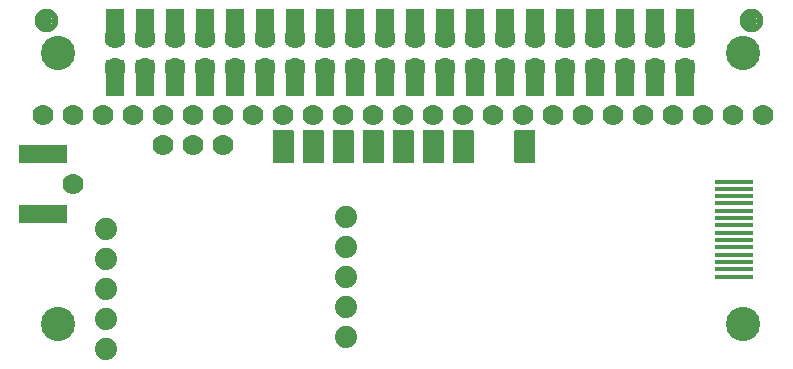
<source format=gbr>
G04 EAGLE Gerber RS-274X export*
G75*
%MOMM*%
%FSLAX34Y34*%
%LPD*%
%INSoldermask Bottom*%
%IPPOS*%
%AMOC8*
5,1,8,0,0,1.08239X$1,22.5*%
G01*
%ADD10C,2.901600*%
%ADD11R,1.625600X3.149600*%
%ADD12C,1.778000*%
%ADD13C,1.101600*%
%ADD14C,0.500000*%
%ADD15R,4.165600X1.625600*%
%ADD16C,1.879600*%
%ADD17R,3.301600X0.451600*%

G36*
X438268Y170196D02*
X438268Y170196D01*
X438387Y170203D01*
X438425Y170216D01*
X438466Y170221D01*
X438576Y170264D01*
X438689Y170301D01*
X438724Y170323D01*
X438761Y170338D01*
X438857Y170408D01*
X438958Y170471D01*
X438986Y170501D01*
X439019Y170524D01*
X439095Y170616D01*
X439176Y170703D01*
X439196Y170738D01*
X439221Y170769D01*
X439272Y170877D01*
X439330Y170981D01*
X439340Y171021D01*
X439357Y171057D01*
X439379Y171174D01*
X439409Y171289D01*
X439413Y171350D01*
X439417Y171370D01*
X439415Y171390D01*
X439419Y171450D01*
X439419Y196850D01*
X439404Y196968D01*
X439397Y197087D01*
X439384Y197125D01*
X439379Y197166D01*
X439336Y197276D01*
X439299Y197389D01*
X439277Y197424D01*
X439262Y197461D01*
X439193Y197557D01*
X439129Y197658D01*
X439099Y197686D01*
X439076Y197719D01*
X438984Y197795D01*
X438897Y197876D01*
X438862Y197896D01*
X438831Y197921D01*
X438723Y197972D01*
X438619Y198030D01*
X438579Y198040D01*
X438543Y198057D01*
X438426Y198079D01*
X438311Y198109D01*
X438251Y198113D01*
X438231Y198117D01*
X438210Y198115D01*
X438150Y198119D01*
X422910Y198119D01*
X422792Y198104D01*
X422673Y198097D01*
X422635Y198084D01*
X422594Y198079D01*
X422484Y198036D01*
X422371Y197999D01*
X422336Y197977D01*
X422299Y197962D01*
X422203Y197893D01*
X422102Y197829D01*
X422074Y197799D01*
X422041Y197776D01*
X421966Y197684D01*
X421884Y197597D01*
X421864Y197562D01*
X421839Y197531D01*
X421788Y197423D01*
X421730Y197319D01*
X421720Y197279D01*
X421703Y197243D01*
X421681Y197126D01*
X421651Y197011D01*
X421647Y196951D01*
X421643Y196931D01*
X421644Y196919D01*
X421643Y196915D01*
X421644Y196903D01*
X421641Y196850D01*
X421641Y171450D01*
X421656Y171332D01*
X421663Y171213D01*
X421676Y171175D01*
X421681Y171134D01*
X421724Y171024D01*
X421761Y170911D01*
X421783Y170876D01*
X421798Y170839D01*
X421868Y170743D01*
X421931Y170642D01*
X421961Y170614D01*
X421984Y170581D01*
X422076Y170506D01*
X422163Y170424D01*
X422198Y170404D01*
X422229Y170379D01*
X422337Y170328D01*
X422441Y170270D01*
X422481Y170260D01*
X422517Y170243D01*
X422634Y170221D01*
X422749Y170191D01*
X422810Y170187D01*
X422830Y170183D01*
X422850Y170185D01*
X422910Y170181D01*
X438150Y170181D01*
X438268Y170196D01*
G37*
G36*
X284598Y170196D02*
X284598Y170196D01*
X284717Y170203D01*
X284755Y170216D01*
X284796Y170221D01*
X284906Y170264D01*
X285019Y170301D01*
X285054Y170323D01*
X285091Y170338D01*
X285187Y170408D01*
X285288Y170471D01*
X285316Y170501D01*
X285349Y170524D01*
X285425Y170616D01*
X285506Y170703D01*
X285526Y170738D01*
X285551Y170769D01*
X285602Y170877D01*
X285660Y170981D01*
X285670Y171021D01*
X285687Y171057D01*
X285709Y171174D01*
X285739Y171289D01*
X285743Y171350D01*
X285747Y171370D01*
X285745Y171390D01*
X285749Y171450D01*
X285749Y196850D01*
X285734Y196968D01*
X285727Y197087D01*
X285714Y197125D01*
X285709Y197166D01*
X285666Y197276D01*
X285629Y197389D01*
X285607Y197424D01*
X285592Y197461D01*
X285523Y197557D01*
X285459Y197658D01*
X285429Y197686D01*
X285406Y197719D01*
X285314Y197795D01*
X285227Y197876D01*
X285192Y197896D01*
X285161Y197921D01*
X285053Y197972D01*
X284949Y198030D01*
X284909Y198040D01*
X284873Y198057D01*
X284756Y198079D01*
X284641Y198109D01*
X284581Y198113D01*
X284561Y198117D01*
X284540Y198115D01*
X284480Y198119D01*
X269240Y198119D01*
X269122Y198104D01*
X269003Y198097D01*
X268965Y198084D01*
X268924Y198079D01*
X268814Y198036D01*
X268701Y197999D01*
X268666Y197977D01*
X268629Y197962D01*
X268533Y197893D01*
X268432Y197829D01*
X268404Y197799D01*
X268371Y197776D01*
X268296Y197684D01*
X268214Y197597D01*
X268194Y197562D01*
X268169Y197531D01*
X268118Y197423D01*
X268060Y197319D01*
X268050Y197279D01*
X268033Y197243D01*
X268011Y197126D01*
X267981Y197011D01*
X267977Y196951D01*
X267973Y196931D01*
X267974Y196919D01*
X267973Y196915D01*
X267974Y196903D01*
X267971Y196850D01*
X267971Y171450D01*
X267986Y171332D01*
X267993Y171213D01*
X268006Y171175D01*
X268011Y171134D01*
X268054Y171024D01*
X268091Y170911D01*
X268113Y170876D01*
X268128Y170839D01*
X268198Y170743D01*
X268261Y170642D01*
X268291Y170614D01*
X268314Y170581D01*
X268406Y170506D01*
X268493Y170424D01*
X268528Y170404D01*
X268559Y170379D01*
X268667Y170328D01*
X268771Y170270D01*
X268811Y170260D01*
X268847Y170243D01*
X268964Y170221D01*
X269079Y170191D01*
X269140Y170187D01*
X269160Y170183D01*
X269180Y170185D01*
X269240Y170181D01*
X284480Y170181D01*
X284598Y170196D01*
G37*
G36*
X259198Y170196D02*
X259198Y170196D01*
X259317Y170203D01*
X259355Y170216D01*
X259396Y170221D01*
X259506Y170264D01*
X259619Y170301D01*
X259654Y170323D01*
X259691Y170338D01*
X259787Y170408D01*
X259888Y170471D01*
X259916Y170501D01*
X259949Y170524D01*
X260025Y170616D01*
X260106Y170703D01*
X260126Y170738D01*
X260151Y170769D01*
X260202Y170877D01*
X260260Y170981D01*
X260270Y171021D01*
X260287Y171057D01*
X260309Y171174D01*
X260339Y171289D01*
X260343Y171350D01*
X260347Y171370D01*
X260345Y171390D01*
X260349Y171450D01*
X260349Y196850D01*
X260334Y196968D01*
X260327Y197087D01*
X260314Y197125D01*
X260309Y197166D01*
X260266Y197276D01*
X260229Y197389D01*
X260207Y197424D01*
X260192Y197461D01*
X260123Y197557D01*
X260059Y197658D01*
X260029Y197686D01*
X260006Y197719D01*
X259914Y197795D01*
X259827Y197876D01*
X259792Y197896D01*
X259761Y197921D01*
X259653Y197972D01*
X259549Y198030D01*
X259509Y198040D01*
X259473Y198057D01*
X259356Y198079D01*
X259241Y198109D01*
X259181Y198113D01*
X259161Y198117D01*
X259140Y198115D01*
X259080Y198119D01*
X243840Y198119D01*
X243722Y198104D01*
X243603Y198097D01*
X243565Y198084D01*
X243524Y198079D01*
X243414Y198036D01*
X243301Y197999D01*
X243266Y197977D01*
X243229Y197962D01*
X243133Y197893D01*
X243032Y197829D01*
X243004Y197799D01*
X242971Y197776D01*
X242896Y197684D01*
X242814Y197597D01*
X242794Y197562D01*
X242769Y197531D01*
X242718Y197423D01*
X242660Y197319D01*
X242650Y197279D01*
X242633Y197243D01*
X242611Y197126D01*
X242581Y197011D01*
X242577Y196951D01*
X242573Y196931D01*
X242574Y196919D01*
X242573Y196915D01*
X242574Y196903D01*
X242571Y196850D01*
X242571Y171450D01*
X242586Y171332D01*
X242593Y171213D01*
X242606Y171175D01*
X242611Y171134D01*
X242654Y171024D01*
X242691Y170911D01*
X242713Y170876D01*
X242728Y170839D01*
X242798Y170743D01*
X242861Y170642D01*
X242891Y170614D01*
X242914Y170581D01*
X243006Y170506D01*
X243093Y170424D01*
X243128Y170404D01*
X243159Y170379D01*
X243267Y170328D01*
X243371Y170270D01*
X243411Y170260D01*
X243447Y170243D01*
X243564Y170221D01*
X243679Y170191D01*
X243740Y170187D01*
X243760Y170183D01*
X243780Y170185D01*
X243840Y170181D01*
X259080Y170181D01*
X259198Y170196D01*
G37*
G36*
X386198Y170196D02*
X386198Y170196D01*
X386317Y170203D01*
X386355Y170216D01*
X386396Y170221D01*
X386506Y170264D01*
X386619Y170301D01*
X386654Y170323D01*
X386691Y170338D01*
X386787Y170408D01*
X386888Y170471D01*
X386916Y170501D01*
X386949Y170524D01*
X387025Y170616D01*
X387106Y170703D01*
X387126Y170738D01*
X387151Y170769D01*
X387202Y170877D01*
X387260Y170981D01*
X387270Y171021D01*
X387287Y171057D01*
X387309Y171174D01*
X387339Y171289D01*
X387343Y171350D01*
X387347Y171370D01*
X387345Y171390D01*
X387349Y171450D01*
X387349Y196850D01*
X387334Y196968D01*
X387327Y197087D01*
X387314Y197125D01*
X387309Y197166D01*
X387266Y197276D01*
X387229Y197389D01*
X387207Y197424D01*
X387192Y197461D01*
X387123Y197557D01*
X387059Y197658D01*
X387029Y197686D01*
X387006Y197719D01*
X386914Y197795D01*
X386827Y197876D01*
X386792Y197896D01*
X386761Y197921D01*
X386653Y197972D01*
X386549Y198030D01*
X386509Y198040D01*
X386473Y198057D01*
X386356Y198079D01*
X386241Y198109D01*
X386181Y198113D01*
X386161Y198117D01*
X386140Y198115D01*
X386080Y198119D01*
X370840Y198119D01*
X370722Y198104D01*
X370603Y198097D01*
X370565Y198084D01*
X370524Y198079D01*
X370414Y198036D01*
X370301Y197999D01*
X370266Y197977D01*
X370229Y197962D01*
X370133Y197893D01*
X370032Y197829D01*
X370004Y197799D01*
X369971Y197776D01*
X369896Y197684D01*
X369814Y197597D01*
X369794Y197562D01*
X369769Y197531D01*
X369718Y197423D01*
X369660Y197319D01*
X369650Y197279D01*
X369633Y197243D01*
X369611Y197126D01*
X369581Y197011D01*
X369577Y196951D01*
X369573Y196931D01*
X369574Y196919D01*
X369573Y196915D01*
X369574Y196903D01*
X369571Y196850D01*
X369571Y171450D01*
X369586Y171332D01*
X369593Y171213D01*
X369606Y171175D01*
X369611Y171134D01*
X369654Y171024D01*
X369691Y170911D01*
X369713Y170876D01*
X369728Y170839D01*
X369798Y170743D01*
X369861Y170642D01*
X369891Y170614D01*
X369914Y170581D01*
X370006Y170506D01*
X370093Y170424D01*
X370128Y170404D01*
X370159Y170379D01*
X370267Y170328D01*
X370371Y170270D01*
X370411Y170260D01*
X370447Y170243D01*
X370564Y170221D01*
X370679Y170191D01*
X370740Y170187D01*
X370760Y170183D01*
X370780Y170185D01*
X370840Y170181D01*
X386080Y170181D01*
X386198Y170196D01*
G37*
G36*
X360798Y170196D02*
X360798Y170196D01*
X360917Y170203D01*
X360955Y170216D01*
X360996Y170221D01*
X361106Y170264D01*
X361219Y170301D01*
X361254Y170323D01*
X361291Y170338D01*
X361387Y170408D01*
X361488Y170471D01*
X361516Y170501D01*
X361549Y170524D01*
X361625Y170616D01*
X361706Y170703D01*
X361726Y170738D01*
X361751Y170769D01*
X361802Y170877D01*
X361860Y170981D01*
X361870Y171021D01*
X361887Y171057D01*
X361909Y171174D01*
X361939Y171289D01*
X361943Y171350D01*
X361947Y171370D01*
X361945Y171390D01*
X361949Y171450D01*
X361949Y196850D01*
X361934Y196968D01*
X361927Y197087D01*
X361914Y197125D01*
X361909Y197166D01*
X361866Y197276D01*
X361829Y197389D01*
X361807Y197424D01*
X361792Y197461D01*
X361723Y197557D01*
X361659Y197658D01*
X361629Y197686D01*
X361606Y197719D01*
X361514Y197795D01*
X361427Y197876D01*
X361392Y197896D01*
X361361Y197921D01*
X361253Y197972D01*
X361149Y198030D01*
X361109Y198040D01*
X361073Y198057D01*
X360956Y198079D01*
X360841Y198109D01*
X360781Y198113D01*
X360761Y198117D01*
X360740Y198115D01*
X360680Y198119D01*
X345440Y198119D01*
X345322Y198104D01*
X345203Y198097D01*
X345165Y198084D01*
X345124Y198079D01*
X345014Y198036D01*
X344901Y197999D01*
X344866Y197977D01*
X344829Y197962D01*
X344733Y197893D01*
X344632Y197829D01*
X344604Y197799D01*
X344571Y197776D01*
X344496Y197684D01*
X344414Y197597D01*
X344394Y197562D01*
X344369Y197531D01*
X344318Y197423D01*
X344260Y197319D01*
X344250Y197279D01*
X344233Y197243D01*
X344211Y197126D01*
X344181Y197011D01*
X344177Y196951D01*
X344173Y196931D01*
X344174Y196919D01*
X344173Y196915D01*
X344174Y196903D01*
X344171Y196850D01*
X344171Y171450D01*
X344186Y171332D01*
X344193Y171213D01*
X344206Y171175D01*
X344211Y171134D01*
X344254Y171024D01*
X344291Y170911D01*
X344313Y170876D01*
X344328Y170839D01*
X344398Y170743D01*
X344461Y170642D01*
X344491Y170614D01*
X344514Y170581D01*
X344606Y170506D01*
X344693Y170424D01*
X344728Y170404D01*
X344759Y170379D01*
X344867Y170328D01*
X344971Y170270D01*
X345011Y170260D01*
X345047Y170243D01*
X345164Y170221D01*
X345279Y170191D01*
X345340Y170187D01*
X345360Y170183D01*
X345380Y170185D01*
X345440Y170181D01*
X360680Y170181D01*
X360798Y170196D01*
G37*
G36*
X335398Y170196D02*
X335398Y170196D01*
X335517Y170203D01*
X335555Y170216D01*
X335596Y170221D01*
X335706Y170264D01*
X335819Y170301D01*
X335854Y170323D01*
X335891Y170338D01*
X335987Y170408D01*
X336088Y170471D01*
X336116Y170501D01*
X336149Y170524D01*
X336225Y170616D01*
X336306Y170703D01*
X336326Y170738D01*
X336351Y170769D01*
X336402Y170877D01*
X336460Y170981D01*
X336470Y171021D01*
X336487Y171057D01*
X336509Y171174D01*
X336539Y171289D01*
X336543Y171350D01*
X336547Y171370D01*
X336545Y171390D01*
X336549Y171450D01*
X336549Y196850D01*
X336534Y196968D01*
X336527Y197087D01*
X336514Y197125D01*
X336509Y197166D01*
X336466Y197276D01*
X336429Y197389D01*
X336407Y197424D01*
X336392Y197461D01*
X336323Y197557D01*
X336259Y197658D01*
X336229Y197686D01*
X336206Y197719D01*
X336114Y197795D01*
X336027Y197876D01*
X335992Y197896D01*
X335961Y197921D01*
X335853Y197972D01*
X335749Y198030D01*
X335709Y198040D01*
X335673Y198057D01*
X335556Y198079D01*
X335441Y198109D01*
X335381Y198113D01*
X335361Y198117D01*
X335340Y198115D01*
X335280Y198119D01*
X320040Y198119D01*
X319922Y198104D01*
X319803Y198097D01*
X319765Y198084D01*
X319724Y198079D01*
X319614Y198036D01*
X319501Y197999D01*
X319466Y197977D01*
X319429Y197962D01*
X319333Y197893D01*
X319232Y197829D01*
X319204Y197799D01*
X319171Y197776D01*
X319096Y197684D01*
X319014Y197597D01*
X318994Y197562D01*
X318969Y197531D01*
X318918Y197423D01*
X318860Y197319D01*
X318850Y197279D01*
X318833Y197243D01*
X318811Y197126D01*
X318781Y197011D01*
X318777Y196951D01*
X318773Y196931D01*
X318774Y196919D01*
X318773Y196915D01*
X318774Y196903D01*
X318771Y196850D01*
X318771Y171450D01*
X318786Y171332D01*
X318793Y171213D01*
X318806Y171175D01*
X318811Y171134D01*
X318854Y171024D01*
X318891Y170911D01*
X318913Y170876D01*
X318928Y170839D01*
X318998Y170743D01*
X319061Y170642D01*
X319091Y170614D01*
X319114Y170581D01*
X319206Y170506D01*
X319293Y170424D01*
X319328Y170404D01*
X319359Y170379D01*
X319467Y170328D01*
X319571Y170270D01*
X319611Y170260D01*
X319647Y170243D01*
X319764Y170221D01*
X319879Y170191D01*
X319940Y170187D01*
X319960Y170183D01*
X319980Y170185D01*
X320040Y170181D01*
X335280Y170181D01*
X335398Y170196D01*
G37*
G36*
X309998Y170196D02*
X309998Y170196D01*
X310117Y170203D01*
X310155Y170216D01*
X310196Y170221D01*
X310306Y170264D01*
X310419Y170301D01*
X310454Y170323D01*
X310491Y170338D01*
X310587Y170408D01*
X310688Y170471D01*
X310716Y170501D01*
X310749Y170524D01*
X310825Y170616D01*
X310906Y170703D01*
X310926Y170738D01*
X310951Y170769D01*
X311002Y170877D01*
X311060Y170981D01*
X311070Y171021D01*
X311087Y171057D01*
X311109Y171174D01*
X311139Y171289D01*
X311143Y171350D01*
X311147Y171370D01*
X311145Y171390D01*
X311149Y171450D01*
X311149Y196850D01*
X311134Y196968D01*
X311127Y197087D01*
X311114Y197125D01*
X311109Y197166D01*
X311066Y197276D01*
X311029Y197389D01*
X311007Y197424D01*
X310992Y197461D01*
X310923Y197557D01*
X310859Y197658D01*
X310829Y197686D01*
X310806Y197719D01*
X310714Y197795D01*
X310627Y197876D01*
X310592Y197896D01*
X310561Y197921D01*
X310453Y197972D01*
X310349Y198030D01*
X310309Y198040D01*
X310273Y198057D01*
X310156Y198079D01*
X310041Y198109D01*
X309981Y198113D01*
X309961Y198117D01*
X309940Y198115D01*
X309880Y198119D01*
X294640Y198119D01*
X294522Y198104D01*
X294403Y198097D01*
X294365Y198084D01*
X294324Y198079D01*
X294214Y198036D01*
X294101Y197999D01*
X294066Y197977D01*
X294029Y197962D01*
X293933Y197893D01*
X293832Y197829D01*
X293804Y197799D01*
X293771Y197776D01*
X293696Y197684D01*
X293614Y197597D01*
X293594Y197562D01*
X293569Y197531D01*
X293518Y197423D01*
X293460Y197319D01*
X293450Y197279D01*
X293433Y197243D01*
X293411Y197126D01*
X293381Y197011D01*
X293377Y196951D01*
X293373Y196931D01*
X293374Y196919D01*
X293373Y196915D01*
X293374Y196903D01*
X293371Y196850D01*
X293371Y171450D01*
X293386Y171332D01*
X293393Y171213D01*
X293406Y171175D01*
X293411Y171134D01*
X293454Y171024D01*
X293491Y170911D01*
X293513Y170876D01*
X293528Y170839D01*
X293598Y170743D01*
X293661Y170642D01*
X293691Y170614D01*
X293714Y170581D01*
X293806Y170506D01*
X293893Y170424D01*
X293928Y170404D01*
X293959Y170379D01*
X294067Y170328D01*
X294171Y170270D01*
X294211Y170260D01*
X294247Y170243D01*
X294364Y170221D01*
X294479Y170191D01*
X294540Y170187D01*
X294560Y170183D01*
X294580Y170185D01*
X294640Y170181D01*
X309880Y170181D01*
X309998Y170196D01*
G37*
G36*
X233798Y170196D02*
X233798Y170196D01*
X233917Y170203D01*
X233955Y170216D01*
X233996Y170221D01*
X234106Y170264D01*
X234219Y170301D01*
X234254Y170323D01*
X234291Y170338D01*
X234387Y170408D01*
X234488Y170471D01*
X234516Y170501D01*
X234549Y170524D01*
X234625Y170616D01*
X234706Y170703D01*
X234726Y170738D01*
X234751Y170769D01*
X234802Y170877D01*
X234860Y170981D01*
X234870Y171021D01*
X234887Y171057D01*
X234909Y171174D01*
X234939Y171289D01*
X234943Y171350D01*
X234947Y171370D01*
X234945Y171390D01*
X234949Y171450D01*
X234949Y196850D01*
X234934Y196968D01*
X234927Y197087D01*
X234914Y197125D01*
X234909Y197166D01*
X234866Y197276D01*
X234829Y197389D01*
X234807Y197424D01*
X234792Y197461D01*
X234723Y197557D01*
X234659Y197658D01*
X234629Y197686D01*
X234606Y197719D01*
X234514Y197795D01*
X234427Y197876D01*
X234392Y197896D01*
X234361Y197921D01*
X234253Y197972D01*
X234149Y198030D01*
X234109Y198040D01*
X234073Y198057D01*
X233956Y198079D01*
X233841Y198109D01*
X233781Y198113D01*
X233761Y198117D01*
X233740Y198115D01*
X233680Y198119D01*
X218440Y198119D01*
X218322Y198104D01*
X218203Y198097D01*
X218165Y198084D01*
X218124Y198079D01*
X218014Y198036D01*
X217901Y197999D01*
X217866Y197977D01*
X217829Y197962D01*
X217733Y197893D01*
X217632Y197829D01*
X217604Y197799D01*
X217571Y197776D01*
X217496Y197684D01*
X217414Y197597D01*
X217394Y197562D01*
X217369Y197531D01*
X217318Y197423D01*
X217260Y197319D01*
X217250Y197279D01*
X217233Y197243D01*
X217211Y197126D01*
X217181Y197011D01*
X217177Y196951D01*
X217173Y196931D01*
X217174Y196919D01*
X217173Y196915D01*
X217174Y196903D01*
X217171Y196850D01*
X217171Y171450D01*
X217186Y171332D01*
X217193Y171213D01*
X217206Y171175D01*
X217211Y171134D01*
X217254Y171024D01*
X217291Y170911D01*
X217313Y170876D01*
X217328Y170839D01*
X217398Y170743D01*
X217461Y170642D01*
X217491Y170614D01*
X217514Y170581D01*
X217606Y170506D01*
X217693Y170424D01*
X217728Y170404D01*
X217759Y170379D01*
X217867Y170328D01*
X217971Y170270D01*
X218011Y170260D01*
X218047Y170243D01*
X218164Y170221D01*
X218279Y170191D01*
X218340Y170187D01*
X218360Y170183D01*
X218380Y170185D01*
X218440Y170181D01*
X233680Y170181D01*
X233798Y170196D01*
G37*
D10*
X35000Y263730D03*
X615000Y263730D03*
X615000Y33730D03*
D11*
X83696Y242124D03*
X83696Y285304D03*
X109096Y242124D03*
X109096Y285304D03*
X134496Y285304D03*
X134496Y242124D03*
X159896Y285304D03*
X159896Y242124D03*
X185296Y285304D03*
X185296Y242124D03*
X210696Y285304D03*
X210696Y242124D03*
X236096Y285304D03*
X236096Y242124D03*
X261496Y285304D03*
X261496Y242124D03*
X286896Y285304D03*
X286896Y242124D03*
X312296Y285304D03*
X312296Y242124D03*
X337696Y285304D03*
X337696Y242124D03*
X363096Y285304D03*
X363096Y242124D03*
X388496Y285304D03*
X388496Y242124D03*
X413896Y285304D03*
X413896Y242124D03*
X439296Y285304D03*
X439296Y242124D03*
X464696Y285304D03*
X464696Y242124D03*
X490096Y285304D03*
X490096Y242124D03*
X515496Y285304D03*
X515496Y242124D03*
X540896Y285304D03*
X540896Y242124D03*
X566296Y285304D03*
X566296Y242124D03*
D10*
X35000Y33730D03*
D12*
X83700Y251030D03*
X83700Y276430D03*
X109100Y251030D03*
X109100Y276430D03*
X134500Y251030D03*
X134500Y276430D03*
X159900Y251030D03*
X159900Y276430D03*
X185300Y251030D03*
X185300Y276430D03*
X210700Y251030D03*
X210700Y276430D03*
X236100Y251030D03*
X236100Y276430D03*
X261500Y251030D03*
X261500Y276430D03*
X286900Y251030D03*
X286900Y276430D03*
X312300Y251030D03*
X312300Y276430D03*
X337700Y251030D03*
X337700Y276430D03*
X363100Y251030D03*
X363100Y276430D03*
X388500Y251030D03*
X388500Y276430D03*
X413900Y251030D03*
X413900Y276430D03*
X439300Y251030D03*
X439300Y276430D03*
X464700Y251030D03*
X464700Y276430D03*
X490100Y251030D03*
X490100Y276430D03*
X515500Y251030D03*
X515500Y276430D03*
X540900Y251030D03*
X540900Y276430D03*
X566300Y251030D03*
X566300Y276430D03*
D13*
X25400Y290830D03*
D14*
X32900Y290830D02*
X32898Y291011D01*
X32891Y291192D01*
X32880Y291373D01*
X32865Y291554D01*
X32845Y291734D01*
X32821Y291914D01*
X32793Y292093D01*
X32760Y292271D01*
X32723Y292448D01*
X32682Y292625D01*
X32637Y292800D01*
X32587Y292975D01*
X32533Y293148D01*
X32475Y293319D01*
X32413Y293490D01*
X32346Y293658D01*
X32276Y293825D01*
X32202Y293991D01*
X32123Y294154D01*
X32041Y294315D01*
X31955Y294475D01*
X31865Y294632D01*
X31771Y294787D01*
X31674Y294940D01*
X31572Y295090D01*
X31468Y295238D01*
X31359Y295384D01*
X31248Y295526D01*
X31132Y295666D01*
X31014Y295803D01*
X30892Y295938D01*
X30767Y296069D01*
X30639Y296197D01*
X30508Y296322D01*
X30373Y296444D01*
X30236Y296562D01*
X30096Y296678D01*
X29954Y296789D01*
X29808Y296898D01*
X29660Y297002D01*
X29510Y297104D01*
X29357Y297201D01*
X29202Y297295D01*
X29045Y297385D01*
X28885Y297471D01*
X28724Y297553D01*
X28561Y297632D01*
X28395Y297706D01*
X28228Y297776D01*
X28060Y297843D01*
X27889Y297905D01*
X27718Y297963D01*
X27545Y298017D01*
X27370Y298067D01*
X27195Y298112D01*
X27018Y298153D01*
X26841Y298190D01*
X26663Y298223D01*
X26484Y298251D01*
X26304Y298275D01*
X26124Y298295D01*
X25943Y298310D01*
X25762Y298321D01*
X25581Y298328D01*
X25400Y298330D01*
X25219Y298328D01*
X25038Y298321D01*
X24857Y298310D01*
X24676Y298295D01*
X24496Y298275D01*
X24316Y298251D01*
X24137Y298223D01*
X23959Y298190D01*
X23782Y298153D01*
X23605Y298112D01*
X23430Y298067D01*
X23255Y298017D01*
X23082Y297963D01*
X22911Y297905D01*
X22740Y297843D01*
X22572Y297776D01*
X22405Y297706D01*
X22239Y297632D01*
X22076Y297553D01*
X21915Y297471D01*
X21755Y297385D01*
X21598Y297295D01*
X21443Y297201D01*
X21290Y297104D01*
X21140Y297002D01*
X20992Y296898D01*
X20846Y296789D01*
X20704Y296678D01*
X20564Y296562D01*
X20427Y296444D01*
X20292Y296322D01*
X20161Y296197D01*
X20033Y296069D01*
X19908Y295938D01*
X19786Y295803D01*
X19668Y295666D01*
X19552Y295526D01*
X19441Y295384D01*
X19332Y295238D01*
X19228Y295090D01*
X19126Y294940D01*
X19029Y294787D01*
X18935Y294632D01*
X18845Y294475D01*
X18759Y294315D01*
X18677Y294154D01*
X18598Y293991D01*
X18524Y293825D01*
X18454Y293658D01*
X18387Y293490D01*
X18325Y293319D01*
X18267Y293148D01*
X18213Y292975D01*
X18163Y292800D01*
X18118Y292625D01*
X18077Y292448D01*
X18040Y292271D01*
X18007Y292093D01*
X17979Y291914D01*
X17955Y291734D01*
X17935Y291554D01*
X17920Y291373D01*
X17909Y291192D01*
X17902Y291011D01*
X17900Y290830D01*
X17902Y290649D01*
X17909Y290468D01*
X17920Y290287D01*
X17935Y290106D01*
X17955Y289926D01*
X17979Y289746D01*
X18007Y289567D01*
X18040Y289389D01*
X18077Y289212D01*
X18118Y289035D01*
X18163Y288860D01*
X18213Y288685D01*
X18267Y288512D01*
X18325Y288341D01*
X18387Y288170D01*
X18454Y288002D01*
X18524Y287835D01*
X18598Y287669D01*
X18677Y287506D01*
X18759Y287345D01*
X18845Y287185D01*
X18935Y287028D01*
X19029Y286873D01*
X19126Y286720D01*
X19228Y286570D01*
X19332Y286422D01*
X19441Y286276D01*
X19552Y286134D01*
X19668Y285994D01*
X19786Y285857D01*
X19908Y285722D01*
X20033Y285591D01*
X20161Y285463D01*
X20292Y285338D01*
X20427Y285216D01*
X20564Y285098D01*
X20704Y284982D01*
X20846Y284871D01*
X20992Y284762D01*
X21140Y284658D01*
X21290Y284556D01*
X21443Y284459D01*
X21598Y284365D01*
X21755Y284275D01*
X21915Y284189D01*
X22076Y284107D01*
X22239Y284028D01*
X22405Y283954D01*
X22572Y283884D01*
X22740Y283817D01*
X22911Y283755D01*
X23082Y283697D01*
X23255Y283643D01*
X23430Y283593D01*
X23605Y283548D01*
X23782Y283507D01*
X23959Y283470D01*
X24137Y283437D01*
X24316Y283409D01*
X24496Y283385D01*
X24676Y283365D01*
X24857Y283350D01*
X25038Y283339D01*
X25219Y283332D01*
X25400Y283330D01*
X25581Y283332D01*
X25762Y283339D01*
X25943Y283350D01*
X26124Y283365D01*
X26304Y283385D01*
X26484Y283409D01*
X26663Y283437D01*
X26841Y283470D01*
X27018Y283507D01*
X27195Y283548D01*
X27370Y283593D01*
X27545Y283643D01*
X27718Y283697D01*
X27889Y283755D01*
X28060Y283817D01*
X28228Y283884D01*
X28395Y283954D01*
X28561Y284028D01*
X28724Y284107D01*
X28885Y284189D01*
X29045Y284275D01*
X29202Y284365D01*
X29357Y284459D01*
X29510Y284556D01*
X29660Y284658D01*
X29808Y284762D01*
X29954Y284871D01*
X30096Y284982D01*
X30236Y285098D01*
X30373Y285216D01*
X30508Y285338D01*
X30639Y285463D01*
X30767Y285591D01*
X30892Y285722D01*
X31014Y285857D01*
X31132Y285994D01*
X31248Y286134D01*
X31359Y286276D01*
X31468Y286422D01*
X31572Y286570D01*
X31674Y286720D01*
X31771Y286873D01*
X31865Y287028D01*
X31955Y287185D01*
X32041Y287345D01*
X32123Y287506D01*
X32202Y287669D01*
X32276Y287835D01*
X32346Y288002D01*
X32413Y288170D01*
X32475Y288341D01*
X32533Y288512D01*
X32587Y288685D01*
X32637Y288860D01*
X32682Y289035D01*
X32723Y289212D01*
X32760Y289389D01*
X32793Y289567D01*
X32821Y289746D01*
X32845Y289926D01*
X32865Y290106D01*
X32880Y290287D01*
X32891Y290468D01*
X32898Y290649D01*
X32900Y290830D01*
D13*
X622300Y290830D03*
D14*
X629800Y290830D02*
X629798Y291011D01*
X629791Y291192D01*
X629780Y291373D01*
X629765Y291554D01*
X629745Y291734D01*
X629721Y291914D01*
X629693Y292093D01*
X629660Y292271D01*
X629623Y292448D01*
X629582Y292625D01*
X629537Y292800D01*
X629487Y292975D01*
X629433Y293148D01*
X629375Y293319D01*
X629313Y293490D01*
X629246Y293658D01*
X629176Y293825D01*
X629102Y293991D01*
X629023Y294154D01*
X628941Y294315D01*
X628855Y294475D01*
X628765Y294632D01*
X628671Y294787D01*
X628574Y294940D01*
X628472Y295090D01*
X628368Y295238D01*
X628259Y295384D01*
X628148Y295526D01*
X628032Y295666D01*
X627914Y295803D01*
X627792Y295938D01*
X627667Y296069D01*
X627539Y296197D01*
X627408Y296322D01*
X627273Y296444D01*
X627136Y296562D01*
X626996Y296678D01*
X626854Y296789D01*
X626708Y296898D01*
X626560Y297002D01*
X626410Y297104D01*
X626257Y297201D01*
X626102Y297295D01*
X625945Y297385D01*
X625785Y297471D01*
X625624Y297553D01*
X625461Y297632D01*
X625295Y297706D01*
X625128Y297776D01*
X624960Y297843D01*
X624789Y297905D01*
X624618Y297963D01*
X624445Y298017D01*
X624270Y298067D01*
X624095Y298112D01*
X623918Y298153D01*
X623741Y298190D01*
X623563Y298223D01*
X623384Y298251D01*
X623204Y298275D01*
X623024Y298295D01*
X622843Y298310D01*
X622662Y298321D01*
X622481Y298328D01*
X622300Y298330D01*
X622119Y298328D01*
X621938Y298321D01*
X621757Y298310D01*
X621576Y298295D01*
X621396Y298275D01*
X621216Y298251D01*
X621037Y298223D01*
X620859Y298190D01*
X620682Y298153D01*
X620505Y298112D01*
X620330Y298067D01*
X620155Y298017D01*
X619982Y297963D01*
X619811Y297905D01*
X619640Y297843D01*
X619472Y297776D01*
X619305Y297706D01*
X619139Y297632D01*
X618976Y297553D01*
X618815Y297471D01*
X618655Y297385D01*
X618498Y297295D01*
X618343Y297201D01*
X618190Y297104D01*
X618040Y297002D01*
X617892Y296898D01*
X617746Y296789D01*
X617604Y296678D01*
X617464Y296562D01*
X617327Y296444D01*
X617192Y296322D01*
X617061Y296197D01*
X616933Y296069D01*
X616808Y295938D01*
X616686Y295803D01*
X616568Y295666D01*
X616452Y295526D01*
X616341Y295384D01*
X616232Y295238D01*
X616128Y295090D01*
X616026Y294940D01*
X615929Y294787D01*
X615835Y294632D01*
X615745Y294475D01*
X615659Y294315D01*
X615577Y294154D01*
X615498Y293991D01*
X615424Y293825D01*
X615354Y293658D01*
X615287Y293490D01*
X615225Y293319D01*
X615167Y293148D01*
X615113Y292975D01*
X615063Y292800D01*
X615018Y292625D01*
X614977Y292448D01*
X614940Y292271D01*
X614907Y292093D01*
X614879Y291914D01*
X614855Y291734D01*
X614835Y291554D01*
X614820Y291373D01*
X614809Y291192D01*
X614802Y291011D01*
X614800Y290830D01*
X614802Y290649D01*
X614809Y290468D01*
X614820Y290287D01*
X614835Y290106D01*
X614855Y289926D01*
X614879Y289746D01*
X614907Y289567D01*
X614940Y289389D01*
X614977Y289212D01*
X615018Y289035D01*
X615063Y288860D01*
X615113Y288685D01*
X615167Y288512D01*
X615225Y288341D01*
X615287Y288170D01*
X615354Y288002D01*
X615424Y287835D01*
X615498Y287669D01*
X615577Y287506D01*
X615659Y287345D01*
X615745Y287185D01*
X615835Y287028D01*
X615929Y286873D01*
X616026Y286720D01*
X616128Y286570D01*
X616232Y286422D01*
X616341Y286276D01*
X616452Y286134D01*
X616568Y285994D01*
X616686Y285857D01*
X616808Y285722D01*
X616933Y285591D01*
X617061Y285463D01*
X617192Y285338D01*
X617327Y285216D01*
X617464Y285098D01*
X617604Y284982D01*
X617746Y284871D01*
X617892Y284762D01*
X618040Y284658D01*
X618190Y284556D01*
X618343Y284459D01*
X618498Y284365D01*
X618655Y284275D01*
X618815Y284189D01*
X618976Y284107D01*
X619139Y284028D01*
X619305Y283954D01*
X619472Y283884D01*
X619640Y283817D01*
X619811Y283755D01*
X619982Y283697D01*
X620155Y283643D01*
X620330Y283593D01*
X620505Y283548D01*
X620682Y283507D01*
X620859Y283470D01*
X621037Y283437D01*
X621216Y283409D01*
X621396Y283385D01*
X621576Y283365D01*
X621757Y283350D01*
X621938Y283339D01*
X622119Y283332D01*
X622300Y283330D01*
X622481Y283332D01*
X622662Y283339D01*
X622843Y283350D01*
X623024Y283365D01*
X623204Y283385D01*
X623384Y283409D01*
X623563Y283437D01*
X623741Y283470D01*
X623918Y283507D01*
X624095Y283548D01*
X624270Y283593D01*
X624445Y283643D01*
X624618Y283697D01*
X624789Y283755D01*
X624960Y283817D01*
X625128Y283884D01*
X625295Y283954D01*
X625461Y284028D01*
X625624Y284107D01*
X625785Y284189D01*
X625945Y284275D01*
X626102Y284365D01*
X626257Y284459D01*
X626410Y284556D01*
X626560Y284658D01*
X626708Y284762D01*
X626854Y284871D01*
X626996Y284982D01*
X627136Y285098D01*
X627273Y285216D01*
X627408Y285338D01*
X627539Y285463D01*
X627667Y285591D01*
X627792Y285722D01*
X627914Y285857D01*
X628032Y285994D01*
X628148Y286134D01*
X628259Y286276D01*
X628368Y286422D01*
X628472Y286570D01*
X628574Y286720D01*
X628671Y286873D01*
X628765Y287028D01*
X628855Y287185D01*
X628941Y287345D01*
X629023Y287506D01*
X629102Y287669D01*
X629176Y287835D01*
X629246Y288002D01*
X629313Y288170D01*
X629375Y288341D01*
X629433Y288512D01*
X629487Y288685D01*
X629537Y288860D01*
X629582Y289035D01*
X629623Y289212D01*
X629660Y289389D01*
X629693Y289567D01*
X629721Y289746D01*
X629745Y289926D01*
X629765Y290106D01*
X629780Y290287D01*
X629791Y290468D01*
X629798Y290649D01*
X629800Y290830D01*
D12*
X22860Y210820D03*
X48260Y210820D03*
X73660Y210820D03*
X99060Y210820D03*
X124460Y210820D03*
X149860Y210820D03*
X175260Y210820D03*
X200660Y210820D03*
X226060Y210820D03*
X251460Y210820D03*
X276860Y210820D03*
X302260Y210820D03*
X327660Y210820D03*
X353060Y210820D03*
X378460Y210820D03*
X403860Y210820D03*
X429260Y210820D03*
X454660Y210820D03*
X480060Y210820D03*
X505460Y210820D03*
X530860Y210820D03*
X556260Y210820D03*
X581660Y210820D03*
X607060Y210820D03*
X632460Y210820D03*
D15*
X22860Y177800D03*
X22860Y127000D03*
D16*
X76200Y12700D03*
X76200Y38100D03*
X76200Y63500D03*
X76200Y88900D03*
X76200Y114300D03*
X279400Y124460D03*
X279400Y99060D03*
X279400Y73660D03*
X279400Y48260D03*
X279400Y22860D03*
D12*
X48260Y152400D03*
D17*
X607080Y74000D03*
X607080Y80200D03*
X607080Y86400D03*
X607080Y92600D03*
X607080Y98800D03*
X607080Y105000D03*
X607080Y111200D03*
X607080Y117400D03*
X607080Y123600D03*
X607080Y129800D03*
X607080Y136000D03*
X607080Y142200D03*
X607080Y148400D03*
X607080Y154600D03*
D12*
X175260Y185420D03*
X149860Y185420D03*
X124460Y185420D03*
M02*

</source>
